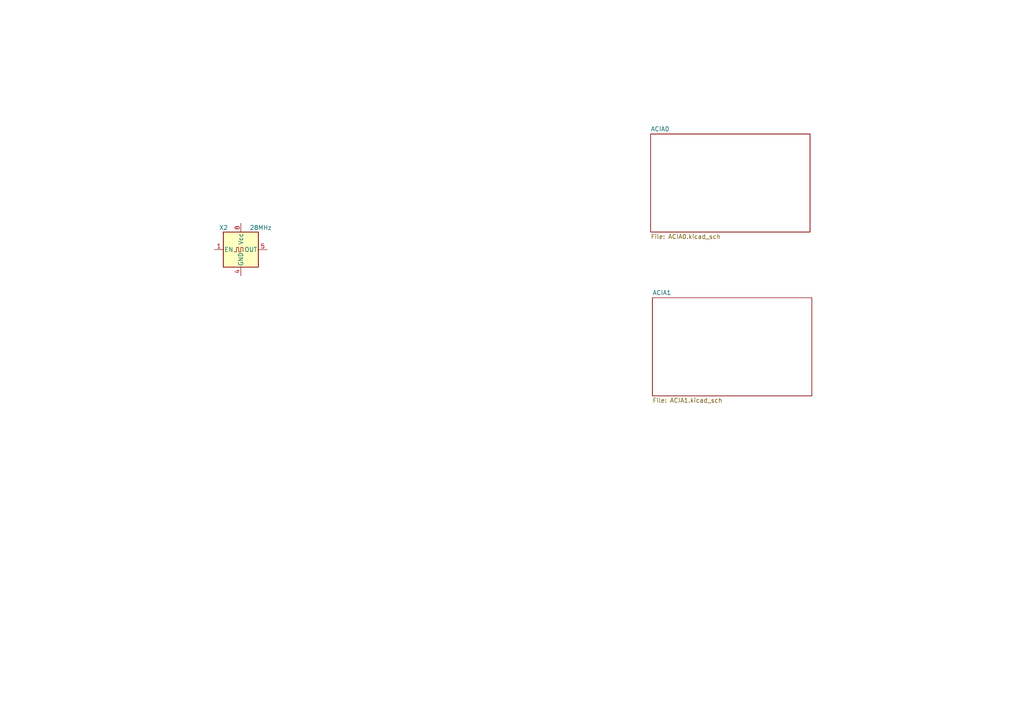
<source format=kicad_sch>
(kicad_sch (version 20250114) (generator "eeschema") (generator_version "9.0")
  (paper "A4")
  (lib_symbols
    (symbol "Oscillator:CXO_DIP8" (pin_names (offset 0.254))
      (property "Reference" "X" (at -5.08 6.35 0))
      (property "Value" "CXO_DIP8" (at 1.27 -6.35 0))
      (symbol "CXO_DIP8_0_1"
        (rectangle (start -5.08 5.08) (end 5.08 -5.08) (stroke (width 0.254)) (fill (type background)))
        (polyline (pts (xy -1.905 -0.635) (xy -1.27 -0.635) (xy -1.27 0.635) (xy -0.635 0.635) (xy -0.635 -0.635) (xy 0 -0.635) (xy 0 0.635) (xy 0.635 0.635) (xy 0.635 -0.635)))
      )
      (symbol "CXO_DIP8_1_1"
        (pin input line (at -7.62 0 0) (length 2.54) (name "EN") (number "1"))
        (pin power_in line (at 0 7.62 270) (length 2.54) (name "Vcc") (number "8"))
        (pin power_in line (at 0 -7.62 90) (length 2.54) (name "GND") (number "4"))
        (pin output line (at 7.62 0 180) (length 2.54) (name "OUT") (number "5"))
      )
    )
  )
  (symbol (lib_id "Oscillator:CXO_DIP8") (at 69.85 72.39 0) (unit 1)
    (property "Reference" "X2" (at 63.5 66.04 0) (effects (justify left)))
    (property "Value" "28MHz" (at 72.39 66.04 0) (effects (justify left)))
    (property "Footprint" "Oscillator:Oscillator_DIP-8" (effects (hide yes)))
    (property "Datasheet" "http://cdn-reichelt.de/documents/datenblatt/B400/OSZI.pdf" (effects (hide yes)))
  )
  (sheet (at 188.722 38.862) (size 46.228 28.448) (stroke (width 0.1524))
    (property "Sheetname" "ACIA0" (at 188.722 38.1504 0) (effects (justify left bottom)))
    (property "Sheetfile" "ACIA0.kicad_sch" (at 188.722 67.8946 0) (effects (justify left top)))
  )
  (sheet (at 189.23 86.36) (size 46.228 28.448) (stroke (width 0.1524))
    (property "Sheetname" "ACIA1" (at 189.23 85.6484 0) (effects (justify left bottom)))
    (property "Sheetfile" "ACIA1.kicad_sch" (at 189.23 115.3926 0) (effects (justify left top)))
  )
)
</source>
